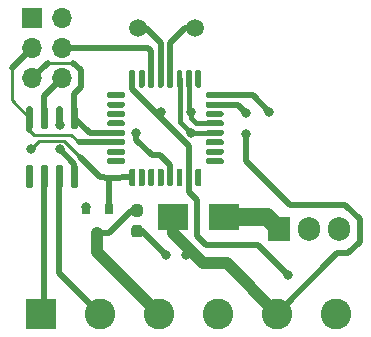
<source format=gbr>
G04 #@! TF.GenerationSoftware,KiCad,Pcbnew,5.1.6-c6e7f7d~86~ubuntu18.04.1*
G04 #@! TF.CreationDate,2020-05-23T21:04:01+02:00*
G04 #@! TF.ProjectId,sci2can,73636932-6361-46e2-9e6b-696361645f70,1.00*
G04 #@! TF.SameCoordinates,Original*
G04 #@! TF.FileFunction,Copper,L1,Top*
G04 #@! TF.FilePolarity,Positive*
%FSLAX46Y46*%
G04 Gerber Fmt 4.6, Leading zero omitted, Abs format (unit mm)*
G04 Created by KiCad (PCBNEW 5.1.6-c6e7f7d~86~ubuntu18.04.1) date 2020-05-23 21:04:01*
%MOMM*%
%LPD*%
G01*
G04 APERTURE LIST*
G04 #@! TA.AperFunction,ComponentPad*
%ADD10C,1.500000*%
G04 #@! TD*
G04 #@! TA.AperFunction,SMDPad,CuDef*
%ADD11R,0.800000X0.900000*%
G04 #@! TD*
G04 #@! TA.AperFunction,ComponentPad*
%ADD12C,2.600000*%
G04 #@! TD*
G04 #@! TA.AperFunction,ComponentPad*
%ADD13R,2.600000X2.600000*%
G04 #@! TD*
G04 #@! TA.AperFunction,ComponentPad*
%ADD14O,1.700000X1.700000*%
G04 #@! TD*
G04 #@! TA.AperFunction,ComponentPad*
%ADD15R,1.700000X1.700000*%
G04 #@! TD*
G04 #@! TA.AperFunction,ComponentPad*
%ADD16O,1.905000X2.000000*%
G04 #@! TD*
G04 #@! TA.AperFunction,ComponentPad*
%ADD17R,1.905000X2.000000*%
G04 #@! TD*
G04 #@! TA.AperFunction,SMDPad,CuDef*
%ADD18R,2.500000X2.300000*%
G04 #@! TD*
G04 #@! TA.AperFunction,ViaPad*
%ADD19C,0.800000*%
G04 #@! TD*
G04 #@! TA.AperFunction,Conductor*
%ADD20C,0.250000*%
G04 #@! TD*
G04 #@! TA.AperFunction,Conductor*
%ADD21C,0.400000*%
G04 #@! TD*
G04 #@! TA.AperFunction,Conductor*
%ADD22C,0.500000*%
G04 #@! TD*
G04 #@! TA.AperFunction,Conductor*
%ADD23C,1.500000*%
G04 #@! TD*
G04 #@! TA.AperFunction,Conductor*
%ADD24C,1.000000*%
G04 #@! TD*
G04 APERTURE END LIST*
D10*
X207420000Y-135450000D03*
X212300000Y-135450000D03*
G04 #@! TA.AperFunction,SMDPad,CuDef*
G36*
G01*
X207112500Y-152150000D02*
X207587500Y-152150000D01*
G75*
G02*
X207825000Y-152387500I0J-237500D01*
G01*
X207825000Y-152962500D01*
G75*
G02*
X207587500Y-153200000I-237500J0D01*
G01*
X207112500Y-153200000D01*
G75*
G02*
X206875000Y-152962500I0J237500D01*
G01*
X206875000Y-152387500D01*
G75*
G02*
X207112500Y-152150000I237500J0D01*
G01*
G37*
G04 #@! TD.AperFunction*
G04 #@! TA.AperFunction,SMDPad,CuDef*
G36*
G01*
X207112500Y-150400000D02*
X207587500Y-150400000D01*
G75*
G02*
X207825000Y-150637500I0J-237500D01*
G01*
X207825000Y-151212500D01*
G75*
G02*
X207587500Y-151450000I-237500J0D01*
G01*
X207112500Y-151450000D01*
G75*
G02*
X206875000Y-151212500I0J237500D01*
G01*
X206875000Y-150637500D01*
G75*
G02*
X207112500Y-150400000I237500J0D01*
G01*
G37*
G04 #@! TD.AperFunction*
D11*
X204000000Y-152800000D03*
X203050000Y-150800000D03*
X204950000Y-150800000D03*
D12*
X224200000Y-159650000D03*
X219200000Y-159650000D03*
X214200000Y-159650000D03*
X209200000Y-159650000D03*
X204200000Y-159650000D03*
D13*
X199200000Y-159650000D03*
G04 #@! TA.AperFunction,SMDPad,CuDef*
G36*
G01*
X201905000Y-147050000D02*
X202205000Y-147050000D01*
G75*
G02*
X202355000Y-147200000I0J-150000D01*
G01*
X202355000Y-148850000D01*
G75*
G02*
X202205000Y-149000000I-150000J0D01*
G01*
X201905000Y-149000000D01*
G75*
G02*
X201755000Y-148850000I0J150000D01*
G01*
X201755000Y-147200000D01*
G75*
G02*
X201905000Y-147050000I150000J0D01*
G01*
G37*
G04 #@! TD.AperFunction*
G04 #@! TA.AperFunction,SMDPad,CuDef*
G36*
G01*
X200635000Y-147050000D02*
X200935000Y-147050000D01*
G75*
G02*
X201085000Y-147200000I0J-150000D01*
G01*
X201085000Y-148850000D01*
G75*
G02*
X200935000Y-149000000I-150000J0D01*
G01*
X200635000Y-149000000D01*
G75*
G02*
X200485000Y-148850000I0J150000D01*
G01*
X200485000Y-147200000D01*
G75*
G02*
X200635000Y-147050000I150000J0D01*
G01*
G37*
G04 #@! TD.AperFunction*
G04 #@! TA.AperFunction,SMDPad,CuDef*
G36*
G01*
X199365000Y-147050000D02*
X199665000Y-147050000D01*
G75*
G02*
X199815000Y-147200000I0J-150000D01*
G01*
X199815000Y-148850000D01*
G75*
G02*
X199665000Y-149000000I-150000J0D01*
G01*
X199365000Y-149000000D01*
G75*
G02*
X199215000Y-148850000I0J150000D01*
G01*
X199215000Y-147200000D01*
G75*
G02*
X199365000Y-147050000I150000J0D01*
G01*
G37*
G04 #@! TD.AperFunction*
G04 #@! TA.AperFunction,SMDPad,CuDef*
G36*
G01*
X198095000Y-147050000D02*
X198395000Y-147050000D01*
G75*
G02*
X198545000Y-147200000I0J-150000D01*
G01*
X198545000Y-148850000D01*
G75*
G02*
X198395000Y-149000000I-150000J0D01*
G01*
X198095000Y-149000000D01*
G75*
G02*
X197945000Y-148850000I0J150000D01*
G01*
X197945000Y-147200000D01*
G75*
G02*
X198095000Y-147050000I150000J0D01*
G01*
G37*
G04 #@! TD.AperFunction*
G04 #@! TA.AperFunction,SMDPad,CuDef*
G36*
G01*
X198095000Y-142100000D02*
X198395000Y-142100000D01*
G75*
G02*
X198545000Y-142250000I0J-150000D01*
G01*
X198545000Y-143900000D01*
G75*
G02*
X198395000Y-144050000I-150000J0D01*
G01*
X198095000Y-144050000D01*
G75*
G02*
X197945000Y-143900000I0J150000D01*
G01*
X197945000Y-142250000D01*
G75*
G02*
X198095000Y-142100000I150000J0D01*
G01*
G37*
G04 #@! TD.AperFunction*
G04 #@! TA.AperFunction,SMDPad,CuDef*
G36*
G01*
X199365000Y-142100000D02*
X199665000Y-142100000D01*
G75*
G02*
X199815000Y-142250000I0J-150000D01*
G01*
X199815000Y-143900000D01*
G75*
G02*
X199665000Y-144050000I-150000J0D01*
G01*
X199365000Y-144050000D01*
G75*
G02*
X199215000Y-143900000I0J150000D01*
G01*
X199215000Y-142250000D01*
G75*
G02*
X199365000Y-142100000I150000J0D01*
G01*
G37*
G04 #@! TD.AperFunction*
G04 #@! TA.AperFunction,SMDPad,CuDef*
G36*
G01*
X200635000Y-142100000D02*
X200935000Y-142100000D01*
G75*
G02*
X201085000Y-142250000I0J-150000D01*
G01*
X201085000Y-143900000D01*
G75*
G02*
X200935000Y-144050000I-150000J0D01*
G01*
X200635000Y-144050000D01*
G75*
G02*
X200485000Y-143900000I0J150000D01*
G01*
X200485000Y-142250000D01*
G75*
G02*
X200635000Y-142100000I150000J0D01*
G01*
G37*
G04 #@! TD.AperFunction*
G04 #@! TA.AperFunction,SMDPad,CuDef*
G36*
G01*
X201905000Y-142100000D02*
X202205000Y-142100000D01*
G75*
G02*
X202355000Y-142250000I0J-150000D01*
G01*
X202355000Y-143900000D01*
G75*
G02*
X202205000Y-144050000I-150000J0D01*
G01*
X201905000Y-144050000D01*
G75*
G02*
X201755000Y-143900000I0J150000D01*
G01*
X201755000Y-142250000D01*
G75*
G02*
X201905000Y-142100000I150000J0D01*
G01*
G37*
G04 #@! TD.AperFunction*
D14*
X201040000Y-139680000D03*
X198500000Y-139680000D03*
X201040000Y-137140000D03*
X198500000Y-137140000D03*
X201040000Y-134600000D03*
D15*
X198500000Y-134600000D03*
D16*
X224430000Y-152450000D03*
X221890000Y-152450000D03*
D17*
X219350000Y-152450000D03*
G04 #@! TA.AperFunction,SMDPad,CuDef*
G36*
G01*
X213300000Y-140900000D02*
X214550000Y-140900000D01*
G75*
G02*
X214675000Y-141025000I0J-125000D01*
G01*
X214675000Y-141275000D01*
G75*
G02*
X214550000Y-141400000I-125000J0D01*
G01*
X213300000Y-141400000D01*
G75*
G02*
X213175000Y-141275000I0J125000D01*
G01*
X213175000Y-141025000D01*
G75*
G02*
X213300000Y-140900000I125000J0D01*
G01*
G37*
G04 #@! TD.AperFunction*
G04 #@! TA.AperFunction,SMDPad,CuDef*
G36*
G01*
X213300000Y-141700000D02*
X214550000Y-141700000D01*
G75*
G02*
X214675000Y-141825000I0J-125000D01*
G01*
X214675000Y-142075000D01*
G75*
G02*
X214550000Y-142200000I-125000J0D01*
G01*
X213300000Y-142200000D01*
G75*
G02*
X213175000Y-142075000I0J125000D01*
G01*
X213175000Y-141825000D01*
G75*
G02*
X213300000Y-141700000I125000J0D01*
G01*
G37*
G04 #@! TD.AperFunction*
G04 #@! TA.AperFunction,SMDPad,CuDef*
G36*
G01*
X213300000Y-142500000D02*
X214550000Y-142500000D01*
G75*
G02*
X214675000Y-142625000I0J-125000D01*
G01*
X214675000Y-142875000D01*
G75*
G02*
X214550000Y-143000000I-125000J0D01*
G01*
X213300000Y-143000000D01*
G75*
G02*
X213175000Y-142875000I0J125000D01*
G01*
X213175000Y-142625000D01*
G75*
G02*
X213300000Y-142500000I125000J0D01*
G01*
G37*
G04 #@! TD.AperFunction*
G04 #@! TA.AperFunction,SMDPad,CuDef*
G36*
G01*
X213300000Y-143300000D02*
X214550000Y-143300000D01*
G75*
G02*
X214675000Y-143425000I0J-125000D01*
G01*
X214675000Y-143675000D01*
G75*
G02*
X214550000Y-143800000I-125000J0D01*
G01*
X213300000Y-143800000D01*
G75*
G02*
X213175000Y-143675000I0J125000D01*
G01*
X213175000Y-143425000D01*
G75*
G02*
X213300000Y-143300000I125000J0D01*
G01*
G37*
G04 #@! TD.AperFunction*
G04 #@! TA.AperFunction,SMDPad,CuDef*
G36*
G01*
X213300000Y-144100000D02*
X214550000Y-144100000D01*
G75*
G02*
X214675000Y-144225000I0J-125000D01*
G01*
X214675000Y-144475000D01*
G75*
G02*
X214550000Y-144600000I-125000J0D01*
G01*
X213300000Y-144600000D01*
G75*
G02*
X213175000Y-144475000I0J125000D01*
G01*
X213175000Y-144225000D01*
G75*
G02*
X213300000Y-144100000I125000J0D01*
G01*
G37*
G04 #@! TD.AperFunction*
G04 #@! TA.AperFunction,SMDPad,CuDef*
G36*
G01*
X213300000Y-144900000D02*
X214550000Y-144900000D01*
G75*
G02*
X214675000Y-145025000I0J-125000D01*
G01*
X214675000Y-145275000D01*
G75*
G02*
X214550000Y-145400000I-125000J0D01*
G01*
X213300000Y-145400000D01*
G75*
G02*
X213175000Y-145275000I0J125000D01*
G01*
X213175000Y-145025000D01*
G75*
G02*
X213300000Y-144900000I125000J0D01*
G01*
G37*
G04 #@! TD.AperFunction*
G04 #@! TA.AperFunction,SMDPad,CuDef*
G36*
G01*
X213300000Y-145700000D02*
X214550000Y-145700000D01*
G75*
G02*
X214675000Y-145825000I0J-125000D01*
G01*
X214675000Y-146075000D01*
G75*
G02*
X214550000Y-146200000I-125000J0D01*
G01*
X213300000Y-146200000D01*
G75*
G02*
X213175000Y-146075000I0J125000D01*
G01*
X213175000Y-145825000D01*
G75*
G02*
X213300000Y-145700000I125000J0D01*
G01*
G37*
G04 #@! TD.AperFunction*
G04 #@! TA.AperFunction,SMDPad,CuDef*
G36*
G01*
X213300000Y-146500000D02*
X214550000Y-146500000D01*
G75*
G02*
X214675000Y-146625000I0J-125000D01*
G01*
X214675000Y-146875000D01*
G75*
G02*
X214550000Y-147000000I-125000J0D01*
G01*
X213300000Y-147000000D01*
G75*
G02*
X213175000Y-146875000I0J125000D01*
G01*
X213175000Y-146625000D01*
G75*
G02*
X213300000Y-146500000I125000J0D01*
G01*
G37*
G04 #@! TD.AperFunction*
G04 #@! TA.AperFunction,SMDPad,CuDef*
G36*
G01*
X212425000Y-147375000D02*
X212675000Y-147375000D01*
G75*
G02*
X212800000Y-147500000I0J-125000D01*
G01*
X212800000Y-148750000D01*
G75*
G02*
X212675000Y-148875000I-125000J0D01*
G01*
X212425000Y-148875000D01*
G75*
G02*
X212300000Y-148750000I0J125000D01*
G01*
X212300000Y-147500000D01*
G75*
G02*
X212425000Y-147375000I125000J0D01*
G01*
G37*
G04 #@! TD.AperFunction*
G04 #@! TA.AperFunction,SMDPad,CuDef*
G36*
G01*
X211625000Y-147375000D02*
X211875000Y-147375000D01*
G75*
G02*
X212000000Y-147500000I0J-125000D01*
G01*
X212000000Y-148750000D01*
G75*
G02*
X211875000Y-148875000I-125000J0D01*
G01*
X211625000Y-148875000D01*
G75*
G02*
X211500000Y-148750000I0J125000D01*
G01*
X211500000Y-147500000D01*
G75*
G02*
X211625000Y-147375000I125000J0D01*
G01*
G37*
G04 #@! TD.AperFunction*
G04 #@! TA.AperFunction,SMDPad,CuDef*
G36*
G01*
X210825000Y-147375000D02*
X211075000Y-147375000D01*
G75*
G02*
X211200000Y-147500000I0J-125000D01*
G01*
X211200000Y-148750000D01*
G75*
G02*
X211075000Y-148875000I-125000J0D01*
G01*
X210825000Y-148875000D01*
G75*
G02*
X210700000Y-148750000I0J125000D01*
G01*
X210700000Y-147500000D01*
G75*
G02*
X210825000Y-147375000I125000J0D01*
G01*
G37*
G04 #@! TD.AperFunction*
G04 #@! TA.AperFunction,SMDPad,CuDef*
G36*
G01*
X210025000Y-147375000D02*
X210275000Y-147375000D01*
G75*
G02*
X210400000Y-147500000I0J-125000D01*
G01*
X210400000Y-148750000D01*
G75*
G02*
X210275000Y-148875000I-125000J0D01*
G01*
X210025000Y-148875000D01*
G75*
G02*
X209900000Y-148750000I0J125000D01*
G01*
X209900000Y-147500000D01*
G75*
G02*
X210025000Y-147375000I125000J0D01*
G01*
G37*
G04 #@! TD.AperFunction*
G04 #@! TA.AperFunction,SMDPad,CuDef*
G36*
G01*
X209225000Y-147375000D02*
X209475000Y-147375000D01*
G75*
G02*
X209600000Y-147500000I0J-125000D01*
G01*
X209600000Y-148750000D01*
G75*
G02*
X209475000Y-148875000I-125000J0D01*
G01*
X209225000Y-148875000D01*
G75*
G02*
X209100000Y-148750000I0J125000D01*
G01*
X209100000Y-147500000D01*
G75*
G02*
X209225000Y-147375000I125000J0D01*
G01*
G37*
G04 #@! TD.AperFunction*
G04 #@! TA.AperFunction,SMDPad,CuDef*
G36*
G01*
X208425000Y-147375000D02*
X208675000Y-147375000D01*
G75*
G02*
X208800000Y-147500000I0J-125000D01*
G01*
X208800000Y-148750000D01*
G75*
G02*
X208675000Y-148875000I-125000J0D01*
G01*
X208425000Y-148875000D01*
G75*
G02*
X208300000Y-148750000I0J125000D01*
G01*
X208300000Y-147500000D01*
G75*
G02*
X208425000Y-147375000I125000J0D01*
G01*
G37*
G04 #@! TD.AperFunction*
G04 #@! TA.AperFunction,SMDPad,CuDef*
G36*
G01*
X207625000Y-147375000D02*
X207875000Y-147375000D01*
G75*
G02*
X208000000Y-147500000I0J-125000D01*
G01*
X208000000Y-148750000D01*
G75*
G02*
X207875000Y-148875000I-125000J0D01*
G01*
X207625000Y-148875000D01*
G75*
G02*
X207500000Y-148750000I0J125000D01*
G01*
X207500000Y-147500000D01*
G75*
G02*
X207625000Y-147375000I125000J0D01*
G01*
G37*
G04 #@! TD.AperFunction*
G04 #@! TA.AperFunction,SMDPad,CuDef*
G36*
G01*
X206825000Y-147375000D02*
X207075000Y-147375000D01*
G75*
G02*
X207200000Y-147500000I0J-125000D01*
G01*
X207200000Y-148750000D01*
G75*
G02*
X207075000Y-148875000I-125000J0D01*
G01*
X206825000Y-148875000D01*
G75*
G02*
X206700000Y-148750000I0J125000D01*
G01*
X206700000Y-147500000D01*
G75*
G02*
X206825000Y-147375000I125000J0D01*
G01*
G37*
G04 #@! TD.AperFunction*
G04 #@! TA.AperFunction,SMDPad,CuDef*
G36*
G01*
X204950000Y-146500000D02*
X206200000Y-146500000D01*
G75*
G02*
X206325000Y-146625000I0J-125000D01*
G01*
X206325000Y-146875000D01*
G75*
G02*
X206200000Y-147000000I-125000J0D01*
G01*
X204950000Y-147000000D01*
G75*
G02*
X204825000Y-146875000I0J125000D01*
G01*
X204825000Y-146625000D01*
G75*
G02*
X204950000Y-146500000I125000J0D01*
G01*
G37*
G04 #@! TD.AperFunction*
G04 #@! TA.AperFunction,SMDPad,CuDef*
G36*
G01*
X204950000Y-145700000D02*
X206200000Y-145700000D01*
G75*
G02*
X206325000Y-145825000I0J-125000D01*
G01*
X206325000Y-146075000D01*
G75*
G02*
X206200000Y-146200000I-125000J0D01*
G01*
X204950000Y-146200000D01*
G75*
G02*
X204825000Y-146075000I0J125000D01*
G01*
X204825000Y-145825000D01*
G75*
G02*
X204950000Y-145700000I125000J0D01*
G01*
G37*
G04 #@! TD.AperFunction*
G04 #@! TA.AperFunction,SMDPad,CuDef*
G36*
G01*
X204950000Y-144900000D02*
X206200000Y-144900000D01*
G75*
G02*
X206325000Y-145025000I0J-125000D01*
G01*
X206325000Y-145275000D01*
G75*
G02*
X206200000Y-145400000I-125000J0D01*
G01*
X204950000Y-145400000D01*
G75*
G02*
X204825000Y-145275000I0J125000D01*
G01*
X204825000Y-145025000D01*
G75*
G02*
X204950000Y-144900000I125000J0D01*
G01*
G37*
G04 #@! TD.AperFunction*
G04 #@! TA.AperFunction,SMDPad,CuDef*
G36*
G01*
X204950000Y-144100000D02*
X206200000Y-144100000D01*
G75*
G02*
X206325000Y-144225000I0J-125000D01*
G01*
X206325000Y-144475000D01*
G75*
G02*
X206200000Y-144600000I-125000J0D01*
G01*
X204950000Y-144600000D01*
G75*
G02*
X204825000Y-144475000I0J125000D01*
G01*
X204825000Y-144225000D01*
G75*
G02*
X204950000Y-144100000I125000J0D01*
G01*
G37*
G04 #@! TD.AperFunction*
G04 #@! TA.AperFunction,SMDPad,CuDef*
G36*
G01*
X204950000Y-143300000D02*
X206200000Y-143300000D01*
G75*
G02*
X206325000Y-143425000I0J-125000D01*
G01*
X206325000Y-143675000D01*
G75*
G02*
X206200000Y-143800000I-125000J0D01*
G01*
X204950000Y-143800000D01*
G75*
G02*
X204825000Y-143675000I0J125000D01*
G01*
X204825000Y-143425000D01*
G75*
G02*
X204950000Y-143300000I125000J0D01*
G01*
G37*
G04 #@! TD.AperFunction*
G04 #@! TA.AperFunction,SMDPad,CuDef*
G36*
G01*
X204950000Y-142500000D02*
X206200000Y-142500000D01*
G75*
G02*
X206325000Y-142625000I0J-125000D01*
G01*
X206325000Y-142875000D01*
G75*
G02*
X206200000Y-143000000I-125000J0D01*
G01*
X204950000Y-143000000D01*
G75*
G02*
X204825000Y-142875000I0J125000D01*
G01*
X204825000Y-142625000D01*
G75*
G02*
X204950000Y-142500000I125000J0D01*
G01*
G37*
G04 #@! TD.AperFunction*
G04 #@! TA.AperFunction,SMDPad,CuDef*
G36*
G01*
X204950000Y-141700000D02*
X206200000Y-141700000D01*
G75*
G02*
X206325000Y-141825000I0J-125000D01*
G01*
X206325000Y-142075000D01*
G75*
G02*
X206200000Y-142200000I-125000J0D01*
G01*
X204950000Y-142200000D01*
G75*
G02*
X204825000Y-142075000I0J125000D01*
G01*
X204825000Y-141825000D01*
G75*
G02*
X204950000Y-141700000I125000J0D01*
G01*
G37*
G04 #@! TD.AperFunction*
G04 #@! TA.AperFunction,SMDPad,CuDef*
G36*
G01*
X204950000Y-140900000D02*
X206200000Y-140900000D01*
G75*
G02*
X206325000Y-141025000I0J-125000D01*
G01*
X206325000Y-141275000D01*
G75*
G02*
X206200000Y-141400000I-125000J0D01*
G01*
X204950000Y-141400000D01*
G75*
G02*
X204825000Y-141275000I0J125000D01*
G01*
X204825000Y-141025000D01*
G75*
G02*
X204950000Y-140900000I125000J0D01*
G01*
G37*
G04 #@! TD.AperFunction*
G04 #@! TA.AperFunction,SMDPad,CuDef*
G36*
G01*
X206825000Y-139025000D02*
X207075000Y-139025000D01*
G75*
G02*
X207200000Y-139150000I0J-125000D01*
G01*
X207200000Y-140400000D01*
G75*
G02*
X207075000Y-140525000I-125000J0D01*
G01*
X206825000Y-140525000D01*
G75*
G02*
X206700000Y-140400000I0J125000D01*
G01*
X206700000Y-139150000D01*
G75*
G02*
X206825000Y-139025000I125000J0D01*
G01*
G37*
G04 #@! TD.AperFunction*
G04 #@! TA.AperFunction,SMDPad,CuDef*
G36*
G01*
X207625000Y-139025000D02*
X207875000Y-139025000D01*
G75*
G02*
X208000000Y-139150000I0J-125000D01*
G01*
X208000000Y-140400000D01*
G75*
G02*
X207875000Y-140525000I-125000J0D01*
G01*
X207625000Y-140525000D01*
G75*
G02*
X207500000Y-140400000I0J125000D01*
G01*
X207500000Y-139150000D01*
G75*
G02*
X207625000Y-139025000I125000J0D01*
G01*
G37*
G04 #@! TD.AperFunction*
G04 #@! TA.AperFunction,SMDPad,CuDef*
G36*
G01*
X208425000Y-139025000D02*
X208675000Y-139025000D01*
G75*
G02*
X208800000Y-139150000I0J-125000D01*
G01*
X208800000Y-140400000D01*
G75*
G02*
X208675000Y-140525000I-125000J0D01*
G01*
X208425000Y-140525000D01*
G75*
G02*
X208300000Y-140400000I0J125000D01*
G01*
X208300000Y-139150000D01*
G75*
G02*
X208425000Y-139025000I125000J0D01*
G01*
G37*
G04 #@! TD.AperFunction*
G04 #@! TA.AperFunction,SMDPad,CuDef*
G36*
G01*
X209225000Y-139025000D02*
X209475000Y-139025000D01*
G75*
G02*
X209600000Y-139150000I0J-125000D01*
G01*
X209600000Y-140400000D01*
G75*
G02*
X209475000Y-140525000I-125000J0D01*
G01*
X209225000Y-140525000D01*
G75*
G02*
X209100000Y-140400000I0J125000D01*
G01*
X209100000Y-139150000D01*
G75*
G02*
X209225000Y-139025000I125000J0D01*
G01*
G37*
G04 #@! TD.AperFunction*
G04 #@! TA.AperFunction,SMDPad,CuDef*
G36*
G01*
X210025000Y-139025000D02*
X210275000Y-139025000D01*
G75*
G02*
X210400000Y-139150000I0J-125000D01*
G01*
X210400000Y-140400000D01*
G75*
G02*
X210275000Y-140525000I-125000J0D01*
G01*
X210025000Y-140525000D01*
G75*
G02*
X209900000Y-140400000I0J125000D01*
G01*
X209900000Y-139150000D01*
G75*
G02*
X210025000Y-139025000I125000J0D01*
G01*
G37*
G04 #@! TD.AperFunction*
G04 #@! TA.AperFunction,SMDPad,CuDef*
G36*
G01*
X210825000Y-139025000D02*
X211075000Y-139025000D01*
G75*
G02*
X211200000Y-139150000I0J-125000D01*
G01*
X211200000Y-140400000D01*
G75*
G02*
X211075000Y-140525000I-125000J0D01*
G01*
X210825000Y-140525000D01*
G75*
G02*
X210700000Y-140400000I0J125000D01*
G01*
X210700000Y-139150000D01*
G75*
G02*
X210825000Y-139025000I125000J0D01*
G01*
G37*
G04 #@! TD.AperFunction*
G04 #@! TA.AperFunction,SMDPad,CuDef*
G36*
G01*
X211625000Y-139025000D02*
X211875000Y-139025000D01*
G75*
G02*
X212000000Y-139150000I0J-125000D01*
G01*
X212000000Y-140400000D01*
G75*
G02*
X211875000Y-140525000I-125000J0D01*
G01*
X211625000Y-140525000D01*
G75*
G02*
X211500000Y-140400000I0J125000D01*
G01*
X211500000Y-139150000D01*
G75*
G02*
X211625000Y-139025000I125000J0D01*
G01*
G37*
G04 #@! TD.AperFunction*
G04 #@! TA.AperFunction,SMDPad,CuDef*
G36*
G01*
X212425000Y-139025000D02*
X212675000Y-139025000D01*
G75*
G02*
X212800000Y-139150000I0J-125000D01*
G01*
X212800000Y-140400000D01*
G75*
G02*
X212675000Y-140525000I-125000J0D01*
G01*
X212425000Y-140525000D01*
G75*
G02*
X212300000Y-140400000I0J125000D01*
G01*
X212300000Y-139150000D01*
G75*
G02*
X212425000Y-139025000I125000J0D01*
G01*
G37*
G04 #@! TD.AperFunction*
D18*
X210400000Y-151450000D03*
X214700000Y-151450000D03*
D19*
X211950000Y-144400000D03*
X200800000Y-143700000D03*
X203050000Y-150650000D03*
X211950000Y-142600000D03*
X218550000Y-142550000D03*
X207300000Y-144350000D03*
X209400000Y-142600000D03*
X220150000Y-156400000D03*
X200800000Y-145750000D03*
X216550000Y-142625000D03*
X216550000Y-144450000D03*
X211500000Y-154650000D03*
X198400000Y-145700000D03*
X209775000Y-154650000D03*
D20*
X213875000Y-144400000D02*
X213925000Y-144350000D01*
D21*
X211950000Y-144400000D02*
X213875000Y-144400000D01*
X210950000Y-143400000D02*
X211950000Y-144400000D01*
X210950000Y-139775000D02*
X210950000Y-143400000D01*
D22*
X200800000Y-143090000D02*
X200785000Y-143075000D01*
X200800000Y-143700000D02*
X200800000Y-143090000D01*
D20*
X203050000Y-150800000D02*
X203050000Y-150650000D01*
D23*
X218350000Y-151450000D02*
X219350000Y-152450000D01*
X214700000Y-151450000D02*
X218350000Y-151450000D01*
D21*
X211750000Y-142400000D02*
X211950000Y-142600000D01*
X211750000Y-139775000D02*
X211750000Y-142400000D01*
X213175000Y-143550000D02*
X213925000Y-143550000D01*
X212375000Y-143550000D02*
X213175000Y-143550000D01*
X211950000Y-143125000D02*
X212375000Y-143550000D01*
X211950000Y-142600000D02*
X211950000Y-143125000D01*
D22*
X199515000Y-141205000D02*
X199515000Y-143075000D01*
X201040000Y-139680000D02*
X199515000Y-141205000D01*
X208550000Y-137450000D02*
X208550000Y-139775000D01*
X208240000Y-137140000D02*
X201040000Y-137140000D01*
X208550000Y-137450000D02*
X208240000Y-137140000D01*
X210150000Y-139775000D02*
X210150000Y-136700000D01*
X212300000Y-135450000D02*
X211400000Y-135450000D01*
X211400000Y-135450000D02*
X210150000Y-136700000D01*
X209350000Y-139775000D02*
X209350000Y-136700000D01*
X208100000Y-135450000D02*
X207420000Y-135450000D01*
X209350000Y-136700000D02*
X208100000Y-135450000D01*
X217150000Y-141150000D02*
X213925000Y-141150000D01*
X218550000Y-142550000D02*
X217150000Y-141150000D01*
X210150000Y-148125000D02*
X210150000Y-147050000D01*
X209300000Y-146200000D02*
X210150000Y-147050000D01*
X208584315Y-146200000D02*
X209300000Y-146200000D01*
X207300000Y-144915685D02*
X208584315Y-146200000D01*
X207300000Y-144350000D02*
X207300000Y-144915685D01*
X198245000Y-144095000D02*
X198245000Y-143075000D01*
D20*
X201750000Y-144500000D02*
X202400000Y-145150000D01*
X198650000Y-144500000D02*
X201750000Y-144500000D01*
D22*
X202400000Y-145150000D02*
X205575000Y-145150000D01*
D20*
X198245000Y-144095000D02*
X198650000Y-144500000D01*
X198245000Y-143075000D02*
X196750000Y-141580000D01*
D22*
X196750000Y-138890000D02*
X198500000Y-137140000D01*
D20*
X196750000Y-141580000D02*
X196750000Y-138890000D01*
D22*
X203330000Y-144350000D02*
X202055000Y-143075000D01*
X205575000Y-144350000D02*
X203330000Y-144350000D01*
X202055000Y-143075000D02*
X202055000Y-141045000D01*
X202055000Y-141045000D02*
X202600000Y-140500000D01*
X202600000Y-140500000D02*
X202600000Y-139050000D01*
X202600000Y-139050000D02*
X201950000Y-138400000D01*
X199780000Y-138400000D02*
X198500000Y-139680000D01*
D20*
X201950000Y-138400000D02*
X199780000Y-138400000D01*
D22*
X206950000Y-140525000D02*
X206950000Y-139775000D01*
X206950000Y-140658002D02*
X206950000Y-140525000D01*
X211750000Y-148125000D02*
X211750000Y-145458002D01*
X211750000Y-145458002D02*
X208845999Y-142554001D01*
X208845999Y-142554001D02*
X206950000Y-140658002D01*
X209354001Y-142554001D02*
X208845999Y-142554001D01*
X209400000Y-142600000D02*
X209354001Y-142554001D01*
X211750000Y-149350000D02*
X212450000Y-150050000D01*
X211750000Y-148125000D02*
X211750000Y-148875000D01*
X212450000Y-153100000D02*
X213200000Y-153850000D01*
X217600000Y-153850000D02*
X220150000Y-156400000D01*
X213200000Y-153850000D02*
X217600000Y-153850000D01*
X212450000Y-150050000D02*
X212450000Y-153100000D01*
X211750000Y-149350000D02*
X211750000Y-148875000D01*
X202055000Y-147005000D02*
X202055000Y-148025000D01*
X200800000Y-145750000D02*
X202055000Y-147005000D01*
X215875000Y-141950000D02*
X216550000Y-142625000D01*
X213925000Y-141950000D02*
X215875000Y-141950000D01*
D24*
X210400000Y-151450000D02*
X210400000Y-152850000D01*
X214950000Y-155400000D02*
X219200000Y-159650000D01*
X212950000Y-155400000D02*
X214950000Y-155400000D01*
D22*
X216550000Y-144450000D02*
X216550000Y-146700000D01*
X216550000Y-146700000D02*
X220300000Y-150450000D01*
X220300000Y-150450000D02*
X225000000Y-150450000D01*
X225000000Y-150450000D02*
X226200000Y-151650000D01*
X219200000Y-159650000D02*
X224300000Y-154550000D01*
X224300000Y-154550000D02*
X225250000Y-154550000D01*
X226200000Y-153600000D02*
X226200000Y-151650000D01*
X225250000Y-154550000D02*
X226200000Y-153600000D01*
X212200000Y-154650000D02*
X212225000Y-154675000D01*
D24*
X210400000Y-152850000D02*
X212225000Y-154675000D01*
D22*
X211500000Y-154650000D02*
X212200000Y-154650000D01*
D24*
X212225000Y-154675000D02*
X212950000Y-155400000D01*
D22*
X200785000Y-156235000D02*
X200785000Y-148025000D01*
X204200000Y-159650000D02*
X200785000Y-156235000D01*
D20*
X199515000Y-159585000D02*
X199450000Y-159650000D01*
X199515000Y-159335000D02*
X199200000Y-159650000D01*
D22*
X199515000Y-148025000D02*
X199515000Y-159335000D01*
D20*
X199075001Y-145024999D02*
X201148001Y-145024999D01*
X198400000Y-145700000D02*
X199075001Y-145024999D01*
D22*
X202511501Y-146388499D02*
X204248002Y-148125000D01*
D20*
X201148001Y-145024999D02*
X202511501Y-146388499D01*
D22*
X204950000Y-150800000D02*
X204950000Y-148150000D01*
X204950000Y-148150000D02*
X206950000Y-148125000D01*
X204248002Y-148125000D02*
X204950000Y-148150000D01*
X204650000Y-152800000D02*
X204000000Y-152800000D01*
X205000000Y-152800000D02*
X204650000Y-152800000D01*
X206875000Y-150925000D02*
X205000000Y-152800000D01*
X207350000Y-150925000D02*
X206875000Y-150925000D01*
D24*
X204000000Y-154450000D02*
X209200000Y-159650000D01*
X204000000Y-152800000D02*
X204000000Y-154450000D01*
D22*
X207825000Y-152675000D02*
X207350000Y-152675000D01*
X207350000Y-152675000D02*
X207800000Y-152675000D01*
X207800000Y-152675000D02*
X209775000Y-154650000D01*
M02*

</source>
